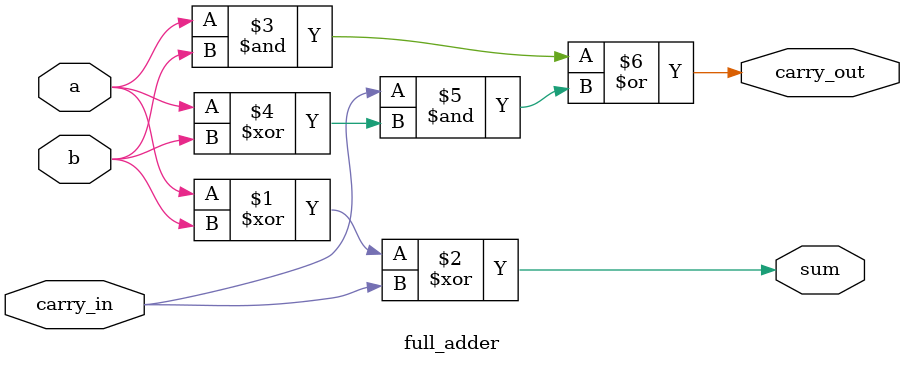
<source format=v>
module full_adder (
    input a,
    input b,
    input carry_in,
    output sum,
    output carry_out
);
    // code start here
    assign sum = a ^ b ^ carry_in; 
    assign carry_out = (a & b) | (carry_in & (a ^ b));
endmodule

</source>
